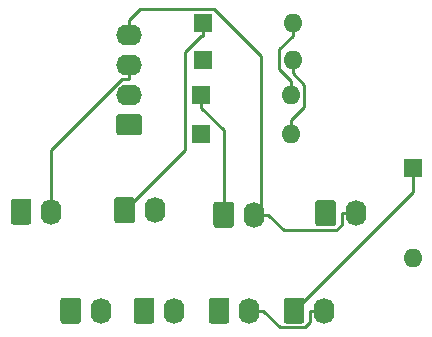
<source format=gbr>
G04 #@! TF.GenerationSoftware,KiCad,Pcbnew,(5.1.5-0-10_14)*
G04 #@! TF.CreationDate,2021-03-15T05:54:21+10:00*
G04 #@! TF.ProjectId,OH - Left Console - 31 - Landing Gear,4f48202d-204c-4656-9674-20436f6e736f,rev?*
G04 #@! TF.SameCoordinates,Original*
G04 #@! TF.FileFunction,Copper,L2,Bot*
G04 #@! TF.FilePolarity,Positive*
%FSLAX46Y46*%
G04 Gerber Fmt 4.6, Leading zero omitted, Abs format (unit mm)*
G04 Created by KiCad (PCBNEW (5.1.5-0-10_14)) date 2021-03-15 05:54:21*
%MOMM*%
%LPD*%
G04 APERTURE LIST*
%ADD10O,1.740000X2.200000*%
%ADD11C,0.100000*%
%ADD12O,2.200000X1.740000*%
%ADD13O,1.600000X1.600000*%
%ADD14R,1.600000X1.600000*%
%ADD15C,0.250000*%
G04 APERTURE END LIST*
D10*
X178689000Y-68580000D03*
G04 #@! TA.AperFunction,ComponentPad*
D11*
G36*
X176793505Y-67481204D02*
G01*
X176817773Y-67484804D01*
X176841572Y-67490765D01*
X176864671Y-67499030D01*
X176886850Y-67509520D01*
X176907893Y-67522132D01*
X176927599Y-67536747D01*
X176945777Y-67553223D01*
X176962253Y-67571401D01*
X176976868Y-67591107D01*
X176989480Y-67612150D01*
X176999970Y-67634329D01*
X177008235Y-67657428D01*
X177014196Y-67681227D01*
X177017796Y-67705495D01*
X177019000Y-67729999D01*
X177019000Y-69430001D01*
X177017796Y-69454505D01*
X177014196Y-69478773D01*
X177008235Y-69502572D01*
X176999970Y-69525671D01*
X176989480Y-69547850D01*
X176976868Y-69568893D01*
X176962253Y-69588599D01*
X176945777Y-69606777D01*
X176927599Y-69623253D01*
X176907893Y-69637868D01*
X176886850Y-69650480D01*
X176864671Y-69660970D01*
X176841572Y-69669235D01*
X176817773Y-69675196D01*
X176793505Y-69678796D01*
X176769001Y-69680000D01*
X175528999Y-69680000D01*
X175504495Y-69678796D01*
X175480227Y-69675196D01*
X175456428Y-69669235D01*
X175433329Y-69660970D01*
X175411150Y-69650480D01*
X175390107Y-69637868D01*
X175370401Y-69623253D01*
X175352223Y-69606777D01*
X175335747Y-69588599D01*
X175321132Y-69568893D01*
X175308520Y-69547850D01*
X175298030Y-69525671D01*
X175289765Y-69502572D01*
X175283804Y-69478773D01*
X175280204Y-69454505D01*
X175279000Y-69430001D01*
X175279000Y-67729999D01*
X175280204Y-67705495D01*
X175283804Y-67681227D01*
X175289765Y-67657428D01*
X175298030Y-67634329D01*
X175308520Y-67612150D01*
X175321132Y-67591107D01*
X175335747Y-67571401D01*
X175352223Y-67553223D01*
X175370401Y-67536747D01*
X175390107Y-67522132D01*
X175411150Y-67509520D01*
X175433329Y-67499030D01*
X175456428Y-67490765D01*
X175480227Y-67484804D01*
X175504495Y-67481204D01*
X175528999Y-67480000D01*
X176769001Y-67480000D01*
X176793505Y-67481204D01*
G37*
G04 #@! TD.AperFunction*
D10*
X170053000Y-68707000D03*
G04 #@! TA.AperFunction,ComponentPad*
D11*
G36*
X168157505Y-67608204D02*
G01*
X168181773Y-67611804D01*
X168205572Y-67617765D01*
X168228671Y-67626030D01*
X168250850Y-67636520D01*
X168271893Y-67649132D01*
X168291599Y-67663747D01*
X168309777Y-67680223D01*
X168326253Y-67698401D01*
X168340868Y-67718107D01*
X168353480Y-67739150D01*
X168363970Y-67761329D01*
X168372235Y-67784428D01*
X168378196Y-67808227D01*
X168381796Y-67832495D01*
X168383000Y-67856999D01*
X168383000Y-69557001D01*
X168381796Y-69581505D01*
X168378196Y-69605773D01*
X168372235Y-69629572D01*
X168363970Y-69652671D01*
X168353480Y-69674850D01*
X168340868Y-69695893D01*
X168326253Y-69715599D01*
X168309777Y-69733777D01*
X168291599Y-69750253D01*
X168271893Y-69764868D01*
X168250850Y-69777480D01*
X168228671Y-69787970D01*
X168205572Y-69796235D01*
X168181773Y-69802196D01*
X168157505Y-69805796D01*
X168133001Y-69807000D01*
X166892999Y-69807000D01*
X166868495Y-69805796D01*
X166844227Y-69802196D01*
X166820428Y-69796235D01*
X166797329Y-69787970D01*
X166775150Y-69777480D01*
X166754107Y-69764868D01*
X166734401Y-69750253D01*
X166716223Y-69733777D01*
X166699747Y-69715599D01*
X166685132Y-69695893D01*
X166672520Y-69674850D01*
X166662030Y-69652671D01*
X166653765Y-69629572D01*
X166647804Y-69605773D01*
X166644204Y-69581505D01*
X166643000Y-69557001D01*
X166643000Y-67856999D01*
X166644204Y-67832495D01*
X166647804Y-67808227D01*
X166653765Y-67784428D01*
X166662030Y-67761329D01*
X166672520Y-67739150D01*
X166685132Y-67718107D01*
X166699747Y-67698401D01*
X166716223Y-67680223D01*
X166734401Y-67663747D01*
X166754107Y-67649132D01*
X166775150Y-67636520D01*
X166797329Y-67626030D01*
X166820428Y-67617765D01*
X166844227Y-67611804D01*
X166868495Y-67608204D01*
X166892999Y-67607000D01*
X168133001Y-67607000D01*
X168157505Y-67608204D01*
G37*
G04 #@! TD.AperFunction*
D10*
X152908000Y-68453000D03*
G04 #@! TA.AperFunction,ComponentPad*
D11*
G36*
X151012505Y-67354204D02*
G01*
X151036773Y-67357804D01*
X151060572Y-67363765D01*
X151083671Y-67372030D01*
X151105850Y-67382520D01*
X151126893Y-67395132D01*
X151146599Y-67409747D01*
X151164777Y-67426223D01*
X151181253Y-67444401D01*
X151195868Y-67464107D01*
X151208480Y-67485150D01*
X151218970Y-67507329D01*
X151227235Y-67530428D01*
X151233196Y-67554227D01*
X151236796Y-67578495D01*
X151238000Y-67602999D01*
X151238000Y-69303001D01*
X151236796Y-69327505D01*
X151233196Y-69351773D01*
X151227235Y-69375572D01*
X151218970Y-69398671D01*
X151208480Y-69420850D01*
X151195868Y-69441893D01*
X151181253Y-69461599D01*
X151164777Y-69479777D01*
X151146599Y-69496253D01*
X151126893Y-69510868D01*
X151105850Y-69523480D01*
X151083671Y-69533970D01*
X151060572Y-69542235D01*
X151036773Y-69548196D01*
X151012505Y-69551796D01*
X150988001Y-69553000D01*
X149747999Y-69553000D01*
X149723495Y-69551796D01*
X149699227Y-69548196D01*
X149675428Y-69542235D01*
X149652329Y-69533970D01*
X149630150Y-69523480D01*
X149609107Y-69510868D01*
X149589401Y-69496253D01*
X149571223Y-69479777D01*
X149554747Y-69461599D01*
X149540132Y-69441893D01*
X149527520Y-69420850D01*
X149517030Y-69398671D01*
X149508765Y-69375572D01*
X149502804Y-69351773D01*
X149499204Y-69327505D01*
X149498000Y-69303001D01*
X149498000Y-67602999D01*
X149499204Y-67578495D01*
X149502804Y-67554227D01*
X149508765Y-67530428D01*
X149517030Y-67507329D01*
X149527520Y-67485150D01*
X149540132Y-67464107D01*
X149554747Y-67444401D01*
X149571223Y-67426223D01*
X149589401Y-67409747D01*
X149609107Y-67395132D01*
X149630150Y-67382520D01*
X149652329Y-67372030D01*
X149675428Y-67363765D01*
X149699227Y-67357804D01*
X149723495Y-67354204D01*
X149747999Y-67353000D01*
X150988001Y-67353000D01*
X151012505Y-67354204D01*
G37*
G04 #@! TD.AperFunction*
D10*
X161671000Y-68326000D03*
G04 #@! TA.AperFunction,ComponentPad*
D11*
G36*
X159775505Y-67227204D02*
G01*
X159799773Y-67230804D01*
X159823572Y-67236765D01*
X159846671Y-67245030D01*
X159868850Y-67255520D01*
X159889893Y-67268132D01*
X159909599Y-67282747D01*
X159927777Y-67299223D01*
X159944253Y-67317401D01*
X159958868Y-67337107D01*
X159971480Y-67358150D01*
X159981970Y-67380329D01*
X159990235Y-67403428D01*
X159996196Y-67427227D01*
X159999796Y-67451495D01*
X160001000Y-67475999D01*
X160001000Y-69176001D01*
X159999796Y-69200505D01*
X159996196Y-69224773D01*
X159990235Y-69248572D01*
X159981970Y-69271671D01*
X159971480Y-69293850D01*
X159958868Y-69314893D01*
X159944253Y-69334599D01*
X159927777Y-69352777D01*
X159909599Y-69369253D01*
X159889893Y-69383868D01*
X159868850Y-69396480D01*
X159846671Y-69406970D01*
X159823572Y-69415235D01*
X159799773Y-69421196D01*
X159775505Y-69424796D01*
X159751001Y-69426000D01*
X158510999Y-69426000D01*
X158486495Y-69424796D01*
X158462227Y-69421196D01*
X158438428Y-69415235D01*
X158415329Y-69406970D01*
X158393150Y-69396480D01*
X158372107Y-69383868D01*
X158352401Y-69369253D01*
X158334223Y-69352777D01*
X158317747Y-69334599D01*
X158303132Y-69314893D01*
X158290520Y-69293850D01*
X158280030Y-69271671D01*
X158271765Y-69248572D01*
X158265804Y-69224773D01*
X158262204Y-69200505D01*
X158261000Y-69176001D01*
X158261000Y-67475999D01*
X158262204Y-67451495D01*
X158265804Y-67427227D01*
X158271765Y-67403428D01*
X158280030Y-67380329D01*
X158290520Y-67358150D01*
X158303132Y-67337107D01*
X158317747Y-67317401D01*
X158334223Y-67299223D01*
X158352401Y-67282747D01*
X158372107Y-67268132D01*
X158393150Y-67255520D01*
X158415329Y-67245030D01*
X158438428Y-67236765D01*
X158462227Y-67230804D01*
X158486495Y-67227204D01*
X158510999Y-67226000D01*
X159751001Y-67226000D01*
X159775505Y-67227204D01*
G37*
G04 #@! TD.AperFunction*
D10*
X176022000Y-76835000D03*
G04 #@! TA.AperFunction,ComponentPad*
D11*
G36*
X174126505Y-75736204D02*
G01*
X174150773Y-75739804D01*
X174174572Y-75745765D01*
X174197671Y-75754030D01*
X174219850Y-75764520D01*
X174240893Y-75777132D01*
X174260599Y-75791747D01*
X174278777Y-75808223D01*
X174295253Y-75826401D01*
X174309868Y-75846107D01*
X174322480Y-75867150D01*
X174332970Y-75889329D01*
X174341235Y-75912428D01*
X174347196Y-75936227D01*
X174350796Y-75960495D01*
X174352000Y-75984999D01*
X174352000Y-77685001D01*
X174350796Y-77709505D01*
X174347196Y-77733773D01*
X174341235Y-77757572D01*
X174332970Y-77780671D01*
X174322480Y-77802850D01*
X174309868Y-77823893D01*
X174295253Y-77843599D01*
X174278777Y-77861777D01*
X174260599Y-77878253D01*
X174240893Y-77892868D01*
X174219850Y-77905480D01*
X174197671Y-77915970D01*
X174174572Y-77924235D01*
X174150773Y-77930196D01*
X174126505Y-77933796D01*
X174102001Y-77935000D01*
X172861999Y-77935000D01*
X172837495Y-77933796D01*
X172813227Y-77930196D01*
X172789428Y-77924235D01*
X172766329Y-77915970D01*
X172744150Y-77905480D01*
X172723107Y-77892868D01*
X172703401Y-77878253D01*
X172685223Y-77861777D01*
X172668747Y-77843599D01*
X172654132Y-77823893D01*
X172641520Y-77802850D01*
X172631030Y-77780671D01*
X172622765Y-77757572D01*
X172616804Y-77733773D01*
X172613204Y-77709505D01*
X172612000Y-77685001D01*
X172612000Y-75984999D01*
X172613204Y-75960495D01*
X172616804Y-75936227D01*
X172622765Y-75912428D01*
X172631030Y-75889329D01*
X172641520Y-75867150D01*
X172654132Y-75846107D01*
X172668747Y-75826401D01*
X172685223Y-75808223D01*
X172703401Y-75791747D01*
X172723107Y-75777132D01*
X172744150Y-75764520D01*
X172766329Y-75754030D01*
X172789428Y-75745765D01*
X172813227Y-75739804D01*
X172837495Y-75736204D01*
X172861999Y-75735000D01*
X174102001Y-75735000D01*
X174126505Y-75736204D01*
G37*
G04 #@! TD.AperFunction*
D10*
X169672000Y-76835000D03*
G04 #@! TA.AperFunction,ComponentPad*
D11*
G36*
X167776505Y-75736204D02*
G01*
X167800773Y-75739804D01*
X167824572Y-75745765D01*
X167847671Y-75754030D01*
X167869850Y-75764520D01*
X167890893Y-75777132D01*
X167910599Y-75791747D01*
X167928777Y-75808223D01*
X167945253Y-75826401D01*
X167959868Y-75846107D01*
X167972480Y-75867150D01*
X167982970Y-75889329D01*
X167991235Y-75912428D01*
X167997196Y-75936227D01*
X168000796Y-75960495D01*
X168002000Y-75984999D01*
X168002000Y-77685001D01*
X168000796Y-77709505D01*
X167997196Y-77733773D01*
X167991235Y-77757572D01*
X167982970Y-77780671D01*
X167972480Y-77802850D01*
X167959868Y-77823893D01*
X167945253Y-77843599D01*
X167928777Y-77861777D01*
X167910599Y-77878253D01*
X167890893Y-77892868D01*
X167869850Y-77905480D01*
X167847671Y-77915970D01*
X167824572Y-77924235D01*
X167800773Y-77930196D01*
X167776505Y-77933796D01*
X167752001Y-77935000D01*
X166511999Y-77935000D01*
X166487495Y-77933796D01*
X166463227Y-77930196D01*
X166439428Y-77924235D01*
X166416329Y-77915970D01*
X166394150Y-77905480D01*
X166373107Y-77892868D01*
X166353401Y-77878253D01*
X166335223Y-77861777D01*
X166318747Y-77843599D01*
X166304132Y-77823893D01*
X166291520Y-77802850D01*
X166281030Y-77780671D01*
X166272765Y-77757572D01*
X166266804Y-77733773D01*
X166263204Y-77709505D01*
X166262000Y-77685001D01*
X166262000Y-75984999D01*
X166263204Y-75960495D01*
X166266804Y-75936227D01*
X166272765Y-75912428D01*
X166281030Y-75889329D01*
X166291520Y-75867150D01*
X166304132Y-75846107D01*
X166318747Y-75826401D01*
X166335223Y-75808223D01*
X166353401Y-75791747D01*
X166373107Y-75777132D01*
X166394150Y-75764520D01*
X166416329Y-75754030D01*
X166439428Y-75745765D01*
X166463227Y-75739804D01*
X166487495Y-75736204D01*
X166511999Y-75735000D01*
X167752001Y-75735000D01*
X167776505Y-75736204D01*
G37*
G04 #@! TD.AperFunction*
D10*
X157099000Y-76835000D03*
G04 #@! TA.AperFunction,ComponentPad*
D11*
G36*
X155203505Y-75736204D02*
G01*
X155227773Y-75739804D01*
X155251572Y-75745765D01*
X155274671Y-75754030D01*
X155296850Y-75764520D01*
X155317893Y-75777132D01*
X155337599Y-75791747D01*
X155355777Y-75808223D01*
X155372253Y-75826401D01*
X155386868Y-75846107D01*
X155399480Y-75867150D01*
X155409970Y-75889329D01*
X155418235Y-75912428D01*
X155424196Y-75936227D01*
X155427796Y-75960495D01*
X155429000Y-75984999D01*
X155429000Y-77685001D01*
X155427796Y-77709505D01*
X155424196Y-77733773D01*
X155418235Y-77757572D01*
X155409970Y-77780671D01*
X155399480Y-77802850D01*
X155386868Y-77823893D01*
X155372253Y-77843599D01*
X155355777Y-77861777D01*
X155337599Y-77878253D01*
X155317893Y-77892868D01*
X155296850Y-77905480D01*
X155274671Y-77915970D01*
X155251572Y-77924235D01*
X155227773Y-77930196D01*
X155203505Y-77933796D01*
X155179001Y-77935000D01*
X153938999Y-77935000D01*
X153914495Y-77933796D01*
X153890227Y-77930196D01*
X153866428Y-77924235D01*
X153843329Y-77915970D01*
X153821150Y-77905480D01*
X153800107Y-77892868D01*
X153780401Y-77878253D01*
X153762223Y-77861777D01*
X153745747Y-77843599D01*
X153731132Y-77823893D01*
X153718520Y-77802850D01*
X153708030Y-77780671D01*
X153699765Y-77757572D01*
X153693804Y-77733773D01*
X153690204Y-77709505D01*
X153689000Y-77685001D01*
X153689000Y-75984999D01*
X153690204Y-75960495D01*
X153693804Y-75936227D01*
X153699765Y-75912428D01*
X153708030Y-75889329D01*
X153718520Y-75867150D01*
X153731132Y-75846107D01*
X153745747Y-75826401D01*
X153762223Y-75808223D01*
X153780401Y-75791747D01*
X153800107Y-75777132D01*
X153821150Y-75764520D01*
X153843329Y-75754030D01*
X153866428Y-75745765D01*
X153890227Y-75739804D01*
X153914495Y-75736204D01*
X153938999Y-75735000D01*
X155179001Y-75735000D01*
X155203505Y-75736204D01*
G37*
G04 #@! TD.AperFunction*
D12*
X159512000Y-53467000D03*
X159512000Y-56007000D03*
X159512000Y-58547000D03*
G04 #@! TA.AperFunction,ComponentPad*
D11*
G36*
X160386505Y-60218204D02*
G01*
X160410773Y-60221804D01*
X160434572Y-60227765D01*
X160457671Y-60236030D01*
X160479850Y-60246520D01*
X160500893Y-60259132D01*
X160520599Y-60273747D01*
X160538777Y-60290223D01*
X160555253Y-60308401D01*
X160569868Y-60328107D01*
X160582480Y-60349150D01*
X160592970Y-60371329D01*
X160601235Y-60394428D01*
X160607196Y-60418227D01*
X160610796Y-60442495D01*
X160612000Y-60466999D01*
X160612000Y-61707001D01*
X160610796Y-61731505D01*
X160607196Y-61755773D01*
X160601235Y-61779572D01*
X160592970Y-61802671D01*
X160582480Y-61824850D01*
X160569868Y-61845893D01*
X160555253Y-61865599D01*
X160538777Y-61883777D01*
X160520599Y-61900253D01*
X160500893Y-61914868D01*
X160479850Y-61927480D01*
X160457671Y-61937970D01*
X160434572Y-61946235D01*
X160410773Y-61952196D01*
X160386505Y-61955796D01*
X160362001Y-61957000D01*
X158661999Y-61957000D01*
X158637495Y-61955796D01*
X158613227Y-61952196D01*
X158589428Y-61946235D01*
X158566329Y-61937970D01*
X158544150Y-61927480D01*
X158523107Y-61914868D01*
X158503401Y-61900253D01*
X158485223Y-61883777D01*
X158468747Y-61865599D01*
X158454132Y-61845893D01*
X158441520Y-61824850D01*
X158431030Y-61802671D01*
X158422765Y-61779572D01*
X158416804Y-61755773D01*
X158413204Y-61731505D01*
X158412000Y-61707001D01*
X158412000Y-60466999D01*
X158413204Y-60442495D01*
X158416804Y-60418227D01*
X158422765Y-60394428D01*
X158431030Y-60371329D01*
X158441520Y-60349150D01*
X158454132Y-60328107D01*
X158468747Y-60308401D01*
X158485223Y-60290223D01*
X158503401Y-60273747D01*
X158523107Y-60259132D01*
X158544150Y-60246520D01*
X158566329Y-60236030D01*
X158589428Y-60227765D01*
X158613227Y-60221804D01*
X158637495Y-60218204D01*
X158661999Y-60217000D01*
X160362001Y-60217000D01*
X160386505Y-60218204D01*
G37*
G04 #@! TD.AperFunction*
D13*
X183515000Y-72390000D03*
D14*
X183515000Y-64770000D03*
D10*
X163322000Y-76835000D03*
G04 #@! TA.AperFunction,ComponentPad*
D11*
G36*
X161426505Y-75736204D02*
G01*
X161450773Y-75739804D01*
X161474572Y-75745765D01*
X161497671Y-75754030D01*
X161519850Y-75764520D01*
X161540893Y-75777132D01*
X161560599Y-75791747D01*
X161578777Y-75808223D01*
X161595253Y-75826401D01*
X161609868Y-75846107D01*
X161622480Y-75867150D01*
X161632970Y-75889329D01*
X161641235Y-75912428D01*
X161647196Y-75936227D01*
X161650796Y-75960495D01*
X161652000Y-75984999D01*
X161652000Y-77685001D01*
X161650796Y-77709505D01*
X161647196Y-77733773D01*
X161641235Y-77757572D01*
X161632970Y-77780671D01*
X161622480Y-77802850D01*
X161609868Y-77823893D01*
X161595253Y-77843599D01*
X161578777Y-77861777D01*
X161560599Y-77878253D01*
X161540893Y-77892868D01*
X161519850Y-77905480D01*
X161497671Y-77915970D01*
X161474572Y-77924235D01*
X161450773Y-77930196D01*
X161426505Y-77933796D01*
X161402001Y-77935000D01*
X160161999Y-77935000D01*
X160137495Y-77933796D01*
X160113227Y-77930196D01*
X160089428Y-77924235D01*
X160066329Y-77915970D01*
X160044150Y-77905480D01*
X160023107Y-77892868D01*
X160003401Y-77878253D01*
X159985223Y-77861777D01*
X159968747Y-77843599D01*
X159954132Y-77823893D01*
X159941520Y-77802850D01*
X159931030Y-77780671D01*
X159922765Y-77757572D01*
X159916804Y-77733773D01*
X159913204Y-77709505D01*
X159912000Y-77685001D01*
X159912000Y-75984999D01*
X159913204Y-75960495D01*
X159916804Y-75936227D01*
X159922765Y-75912428D01*
X159931030Y-75889329D01*
X159941520Y-75867150D01*
X159954132Y-75846107D01*
X159968747Y-75826401D01*
X159985223Y-75808223D01*
X160003401Y-75791747D01*
X160023107Y-75777132D01*
X160044150Y-75764520D01*
X160066329Y-75754030D01*
X160089428Y-75745765D01*
X160113227Y-75739804D01*
X160137495Y-75736204D01*
X160161999Y-75735000D01*
X161402001Y-75735000D01*
X161426505Y-75736204D01*
G37*
G04 #@! TD.AperFunction*
D13*
X173228000Y-61849000D03*
D14*
X165608000Y-61849000D03*
D13*
X173228000Y-58547000D03*
D14*
X165608000Y-58547000D03*
D13*
X173355000Y-55626000D03*
D14*
X165735000Y-55626000D03*
D13*
X173355000Y-52451000D03*
D14*
X165735000Y-52451000D03*
D15*
X173228000Y-58547000D02*
X173228000Y-57421700D01*
X173355000Y-52451000D02*
X173355000Y-53576300D01*
X173355000Y-53576300D02*
X172218600Y-54712700D01*
X172218600Y-54712700D02*
X172218600Y-56412300D01*
X172218600Y-56412300D02*
X173228000Y-57421700D01*
X165735000Y-52451000D02*
X165735000Y-53576300D01*
X159131000Y-68326000D02*
X164200100Y-63256900D01*
X164200100Y-63256900D02*
X164200100Y-54970500D01*
X164200100Y-54970500D02*
X165594300Y-53576300D01*
X165594300Y-53576300D02*
X165735000Y-53576300D01*
X173228000Y-61849000D02*
X173228000Y-60723700D01*
X173355000Y-55626000D02*
X173355000Y-56751300D01*
X173355000Y-56751300D02*
X174353300Y-57749600D01*
X174353300Y-57749600D02*
X174353300Y-59598400D01*
X174353300Y-59598400D02*
X173228000Y-60723700D01*
X165608000Y-58547000D02*
X165608000Y-59672300D01*
X165608000Y-59672300D02*
X167513000Y-61577300D01*
X167513000Y-61577300D02*
X167513000Y-68707000D01*
X169672000Y-76835000D02*
X170867300Y-76835000D01*
X176022000Y-76835000D02*
X174826700Y-76835000D01*
X174826700Y-76835000D02*
X174826700Y-77806200D01*
X174826700Y-77806200D02*
X174367800Y-78265100D01*
X174367800Y-78265100D02*
X172297400Y-78265100D01*
X172297400Y-78265100D02*
X170867300Y-76835000D01*
X183515000Y-64770000D02*
X183515000Y-66802000D01*
X183515000Y-66802000D02*
X173482000Y-76835000D01*
X159512000Y-53467000D02*
X159512000Y-52271700D01*
X170650700Y-68707000D02*
X170650700Y-55242500D01*
X170650700Y-55242500D02*
X166733800Y-51325600D01*
X166733800Y-51325600D02*
X160458100Y-51325600D01*
X160458100Y-51325600D02*
X159512000Y-52271700D01*
X170650700Y-68707000D02*
X171248300Y-68707000D01*
X170053000Y-68707000D02*
X170650700Y-68707000D01*
X178689000Y-68580000D02*
X177493700Y-68580000D01*
X171248300Y-68707000D02*
X172591900Y-70050600D01*
X172591900Y-70050600D02*
X176994300Y-70050600D01*
X176994300Y-70050600D02*
X177493700Y-69551200D01*
X177493700Y-69551200D02*
X177493700Y-68580000D01*
X159512000Y-56007000D02*
X159512000Y-57202300D01*
X159512000Y-57202300D02*
X158914400Y-57202300D01*
X158914400Y-57202300D02*
X152908000Y-63208700D01*
X152908000Y-63208700D02*
X152908000Y-68453000D01*
M02*

</source>
